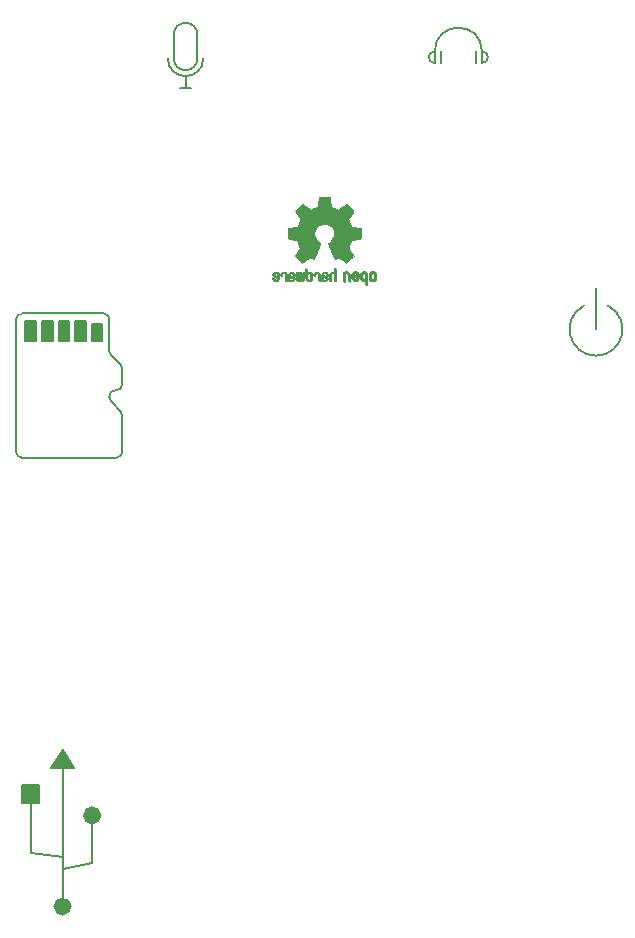
<source format=gbo>
G04 #@! TF.GenerationSoftware,KiCad,Pcbnew,7.0.5-unknown-202306101748~6fbdf8f0e2~ubuntu22.04.1*
G04 #@! TF.CreationDate,2023-09-30T13:45:56+01:00*
G04 #@! TF.ProjectId,back_panel,6261636b-5f70-4616-9e65-6c2e6b696361,rev?*
G04 #@! TF.SameCoordinates,Original*
G04 #@! TF.FileFunction,Legend,Bot*
G04 #@! TF.FilePolarity,Positive*
%FSLAX46Y46*%
G04 Gerber Fmt 4.6, Leading zero omitted, Abs format (unit mm)*
G04 Created by KiCad (PCBNEW 7.0.5-unknown-202306101748~6fbdf8f0e2~ubuntu22.04.1) date 2023-09-30 13:45:56*
%MOMM*%
%LPD*%
G01*
G04 APERTURE LIST*
%ADD10C,0.150000*%
%ADD11C,0.782107*%
%ADD12C,0.010000*%
G04 APERTURE END LIST*
D10*
X133671090Y-82291640D02*
X134521804Y-83258360D01*
X130646447Y-75500000D02*
X131546447Y-75500000D01*
X131546447Y-77200000D01*
X130646447Y-77200000D01*
X130646447Y-75500000D01*
G36*
X130646447Y-75500000D02*
G01*
X131546447Y-75500000D01*
X131546447Y-77200000D01*
X130646447Y-77200000D01*
X130646447Y-75500000D01*
G37*
X133692894Y-78446447D02*
X134500001Y-79253554D01*
X141000000Y-51300000D02*
G75*
G03*
X139000000Y-51300000I-1000000J0D01*
G01*
X161100000Y-52700000D02*
X161100000Y-53700000D01*
X132085786Y-121396447D02*
X132085786Y-118103554D01*
X134046447Y-81400047D02*
G75*
G03*
X133546447Y-81900000I-47J-499953D01*
G01*
X139000000Y-53300000D02*
G75*
G03*
X141000000Y-53300000I1000000J0D01*
G01*
X173750000Y-74236069D02*
G75*
G03*
X175750000Y-74236069I1000000J-1999999D01*
G01*
X129585786Y-120896447D02*
X126878679Y-120603553D01*
X133546460Y-81961326D02*
G75*
G03*
X133671091Y-82291639I499840J-74D01*
G01*
X140000000Y-55800000D02*
X140500000Y-55800000D01*
X134146447Y-81400000D02*
X134046447Y-81400000D01*
X126128679Y-114853553D02*
X127628679Y-114853553D01*
X127628679Y-116353553D01*
X126128679Y-116353553D01*
X126128679Y-114853553D01*
G36*
X126128679Y-114853553D02*
G01*
X127628679Y-114853553D01*
X127628679Y-116353553D01*
X126128679Y-116353553D01*
X126128679Y-114853553D01*
G37*
X129585786Y-125103553D02*
X129585786Y-111896447D01*
X133546400Y-75400000D02*
G75*
G03*
X133046447Y-74900000I-500000J0D01*
G01*
X165100000Y-52700000D02*
G75*
G03*
X161100000Y-52700000I-2000000J0D01*
G01*
X140500000Y-55800000D02*
X140000000Y-55800000D01*
X126146447Y-74900000D02*
X133046447Y-74900000D01*
X164600000Y-53700000D02*
X164600000Y-52700000D01*
D11*
X129976839Y-125103553D02*
G75*
G03*
X129976839Y-125103553I-391053J0D01*
G01*
D10*
X133546447Y-75400000D02*
X133546447Y-78092893D01*
X134646436Y-83588674D02*
G75*
G03*
X134521804Y-83258360I-499836J74D01*
G01*
X134146447Y-87100000D02*
X126146447Y-87100000D01*
X125646400Y-86600000D02*
G75*
G03*
X126146447Y-87100000I500000J0D01*
G01*
X134146447Y-87100047D02*
G75*
G03*
X134646447Y-86600000I-47J500047D01*
G01*
X126146447Y-74900047D02*
G75*
G03*
X125646447Y-75400000I-47J-499953D01*
G01*
X125646447Y-86600000D02*
X125646447Y-75400000D01*
X165100000Y-53700000D02*
G75*
G03*
X165100000Y-52700000I0J500000D01*
G01*
X138500000Y-53300000D02*
G75*
G03*
X141500000Y-53300000I1500000J0D01*
G01*
X126878679Y-120603553D02*
X126878679Y-116353553D01*
X134646447Y-79607107D02*
X134646447Y-80900000D01*
X134646428Y-79607107D02*
G75*
G03*
X134500001Y-79253554I-500028J7D01*
G01*
X140000000Y-54800000D02*
X140000000Y-55800000D01*
X132046447Y-75800000D02*
X132946447Y-75800000D01*
X132946447Y-77200000D01*
X132046447Y-77200000D01*
X132046447Y-75800000D01*
G36*
X132046447Y-75800000D02*
G01*
X132946447Y-75800000D01*
X132946447Y-77200000D01*
X132046447Y-77200000D01*
X132046447Y-75800000D01*
G37*
X127846447Y-75500000D02*
X128746447Y-75500000D01*
X128746447Y-77200000D01*
X127846447Y-77200000D01*
X127846447Y-75500000D01*
G36*
X127846447Y-75500000D02*
G01*
X128746447Y-75500000D01*
X128746447Y-77200000D01*
X127846447Y-77200000D01*
X127846447Y-75500000D01*
G37*
X161600000Y-52700000D02*
X161600000Y-53700000D01*
X134146447Y-81400047D02*
G75*
G03*
X134646447Y-80900000I-47J500047D01*
G01*
X129585786Y-121896447D02*
X132085786Y-121396447D01*
X130585786Y-113396447D02*
X128585786Y-113396447D01*
X129585786Y-111896447D01*
X130585786Y-113396447D01*
G36*
X130585786Y-113396447D02*
G01*
X128585786Y-113396447D01*
X129585786Y-111896447D01*
X130585786Y-113396447D01*
G37*
X134646447Y-83588674D02*
X134646447Y-86600000D01*
X139000000Y-53300000D02*
X139000000Y-51300000D01*
X129246447Y-75500000D02*
X130146447Y-75500000D01*
X130146447Y-77200000D01*
X129246447Y-77200000D01*
X129246447Y-75500000D01*
G36*
X129246447Y-75500000D02*
G01*
X130146447Y-75500000D01*
X130146447Y-77200000D01*
X129246447Y-77200000D01*
X129246447Y-75500000D01*
G37*
X133546468Y-78092893D02*
G75*
G03*
X133692894Y-78446447I500032J-7D01*
G01*
X141000000Y-53300000D02*
X141000000Y-51300000D01*
X161100000Y-52700000D02*
G75*
G03*
X161100000Y-53700000I0J-500000D01*
G01*
X165100000Y-52700000D02*
X165100000Y-53700000D01*
X174750000Y-76236068D02*
X174750000Y-72736068D01*
X126446447Y-75500000D02*
X127346447Y-75500000D01*
X127346447Y-77200000D01*
X126446447Y-77200000D01*
X126446447Y-75500000D01*
G36*
X126446447Y-75500000D02*
G01*
X127346447Y-75500000D01*
X127346447Y-77200000D01*
X126446447Y-77200000D01*
X126446447Y-75500000D01*
G37*
X140000000Y-55800000D02*
X139500000Y-55800000D01*
X133546447Y-81900000D02*
X133546447Y-81961326D01*
D11*
X132476839Y-117396447D02*
G75*
G03*
X132476839Y-117396447I-391053J0D01*
G01*
D12*
X148361501Y-71376476D02*
X148442167Y-71406440D01*
X148475714Y-71428954D01*
X148509687Y-71461212D01*
X148533919Y-71502246D01*
X148550001Y-71558108D01*
X148559521Y-71634851D01*
X148564068Y-71738525D01*
X148565231Y-71875184D01*
X148565003Y-71945805D01*
X148563860Y-72042308D01*
X148561919Y-72119323D01*
X148559365Y-72170319D01*
X148556381Y-72188769D01*
X148536962Y-72182667D01*
X148497766Y-72166095D01*
X148496589Y-72165558D01*
X148476235Y-72154903D01*
X148462546Y-72140282D01*
X148454199Y-72114673D01*
X148449874Y-72071054D01*
X148448248Y-72002403D01*
X148448000Y-71901698D01*
X148447500Y-71837813D01*
X148442164Y-71717751D01*
X148429945Y-71629809D01*
X148409552Y-71569375D01*
X148379695Y-71531836D01*
X148339082Y-71512581D01*
X148333448Y-71511239D01*
X148257378Y-71510191D01*
X148198052Y-71544271D01*
X148157077Y-71612598D01*
X148149770Y-71632351D01*
X148133114Y-71676066D01*
X148124679Y-71696155D01*
X148107356Y-71693387D01*
X148069525Y-71678365D01*
X148034240Y-71653556D01*
X148018154Y-71606670D01*
X148022952Y-71573087D01*
X148052431Y-71504967D01*
X148100098Y-71441134D01*
X148155839Y-71396988D01*
X148179193Y-71386782D01*
X148267619Y-71369718D01*
X148361501Y-71376476D01*
G36*
X148361501Y-71376476D02*
G01*
X148442167Y-71406440D01*
X148475714Y-71428954D01*
X148509687Y-71461212D01*
X148533919Y-71502246D01*
X148550001Y-71558108D01*
X148559521Y-71634851D01*
X148564068Y-71738525D01*
X148565231Y-71875184D01*
X148565003Y-71945805D01*
X148563860Y-72042308D01*
X148561919Y-72119323D01*
X148559365Y-72170319D01*
X148556381Y-72188769D01*
X148536962Y-72182667D01*
X148497766Y-72166095D01*
X148496589Y-72165558D01*
X148476235Y-72154903D01*
X148462546Y-72140282D01*
X148454199Y-72114673D01*
X148449874Y-72071054D01*
X148448248Y-72002403D01*
X148448000Y-71901698D01*
X148447500Y-71837813D01*
X148442164Y-71717751D01*
X148429945Y-71629809D01*
X148409552Y-71569375D01*
X148379695Y-71531836D01*
X148339082Y-71512581D01*
X148333448Y-71511239D01*
X148257378Y-71510191D01*
X148198052Y-71544271D01*
X148157077Y-71612598D01*
X148149770Y-71632351D01*
X148133114Y-71676066D01*
X148124679Y-71696155D01*
X148107356Y-71693387D01*
X148069525Y-71678365D01*
X148034240Y-71653556D01*
X148018154Y-71606670D01*
X148022952Y-71573087D01*
X148052431Y-71504967D01*
X148100098Y-71441134D01*
X148155839Y-71396988D01*
X148179193Y-71386782D01*
X148267619Y-71369718D01*
X148361501Y-71376476D01*
G37*
X153676372Y-71331684D02*
X153767629Y-71374569D01*
X153842416Y-71448729D01*
X153857917Y-71471944D01*
X153870774Y-71498256D01*
X153879893Y-71531420D01*
X153886102Y-71577881D01*
X153890233Y-71644082D01*
X153893116Y-71736468D01*
X153895579Y-71861485D01*
X153901697Y-72208278D01*
X153850303Y-72188738D01*
X153803246Y-72170787D01*
X153768015Y-72153511D01*
X153745017Y-72131242D01*
X153731655Y-72097165D01*
X153725328Y-72044463D01*
X153723437Y-71966323D01*
X153723385Y-71855928D01*
X153723117Y-71767935D01*
X153721521Y-71683502D01*
X153717712Y-71625834D01*
X153710820Y-71587988D01*
X153699975Y-71563024D01*
X153684308Y-71544000D01*
X153645792Y-71517153D01*
X153581091Y-71507034D01*
X153517081Y-71532606D01*
X153512856Y-71535880D01*
X153499689Y-71551007D01*
X153489975Y-71575268D01*
X153482903Y-71614650D01*
X153477656Y-71675141D01*
X153473421Y-71762729D01*
X153469385Y-71883402D01*
X153459615Y-72206515D01*
X153293539Y-72132065D01*
X153293539Y-71837062D01*
X153293883Y-71756919D01*
X153296847Y-71645431D01*
X153304351Y-71562421D01*
X153318190Y-71501199D01*
X153340155Y-71455075D01*
X153372039Y-71417358D01*
X153415633Y-71381358D01*
X153478336Y-71345089D01*
X153577117Y-71321412D01*
X153676372Y-71331684D01*
G36*
X153676372Y-71331684D02*
G01*
X153767629Y-71374569D01*
X153842416Y-71448729D01*
X153857917Y-71471944D01*
X153870774Y-71498256D01*
X153879893Y-71531420D01*
X153886102Y-71577881D01*
X153890233Y-71644082D01*
X153893116Y-71736468D01*
X153895579Y-71861485D01*
X153901697Y-72208278D01*
X153850303Y-72188738D01*
X153803246Y-72170787D01*
X153768015Y-72153511D01*
X153745017Y-72131242D01*
X153731655Y-72097165D01*
X153725328Y-72044463D01*
X153723437Y-71966323D01*
X153723385Y-71855928D01*
X153723117Y-71767935D01*
X153721521Y-71683502D01*
X153717712Y-71625834D01*
X153710820Y-71587988D01*
X153699975Y-71563024D01*
X153684308Y-71544000D01*
X153645792Y-71517153D01*
X153581091Y-71507034D01*
X153517081Y-71532606D01*
X153512856Y-71535880D01*
X153499689Y-71551007D01*
X153489975Y-71575268D01*
X153482903Y-71614650D01*
X153477656Y-71675141D01*
X153473421Y-71762729D01*
X153469385Y-71883402D01*
X153459615Y-72206515D01*
X153293539Y-72132065D01*
X153293539Y-71837062D01*
X153293883Y-71756919D01*
X153296847Y-71645431D01*
X153304351Y-71562421D01*
X153318190Y-71501199D01*
X153340155Y-71455075D01*
X153372039Y-71417358D01*
X153415633Y-71381358D01*
X153478336Y-71345089D01*
X153577117Y-71321412D01*
X153676372Y-71331684D01*
G37*
X151221892Y-71397167D02*
X151228060Y-71400581D01*
X151278447Y-71439692D01*
X151323498Y-71489975D01*
X151331355Y-71501339D01*
X151346376Y-71527860D01*
X151357107Y-71559336D01*
X151364486Y-71602591D01*
X151369452Y-71664449D01*
X151372942Y-71751733D01*
X151375893Y-71871269D01*
X151376311Y-71891478D01*
X151377654Y-72022499D01*
X151375761Y-72115296D01*
X151370605Y-72170507D01*
X151362158Y-72188769D01*
X151336594Y-72183301D01*
X151293166Y-72166733D01*
X151282940Y-72161888D01*
X151266967Y-72150920D01*
X151255954Y-72132890D01*
X151248750Y-72101396D01*
X151244208Y-72050036D01*
X151241180Y-71972410D01*
X151238516Y-71862115D01*
X151237785Y-71829875D01*
X151234965Y-71728050D01*
X151231304Y-71656788D01*
X151225694Y-71609332D01*
X151217029Y-71578925D01*
X151204202Y-71558810D01*
X151186105Y-71542229D01*
X151132525Y-71513161D01*
X151066612Y-71507564D01*
X151007635Y-71529807D01*
X150965203Y-71575859D01*
X150948923Y-71641692D01*
X150948470Y-71659587D01*
X150939578Y-71691982D01*
X150913325Y-71696925D01*
X150861919Y-71677633D01*
X150850013Y-71671446D01*
X150817835Y-71635058D01*
X150817198Y-71580954D01*
X150847856Y-71506128D01*
X150875978Y-71465350D01*
X150947883Y-71407421D01*
X151036638Y-71374670D01*
X151131542Y-71370212D01*
X151221892Y-71397167D01*
G36*
X151221892Y-71397167D02*
G01*
X151228060Y-71400581D01*
X151278447Y-71439692D01*
X151323498Y-71489975D01*
X151331355Y-71501339D01*
X151346376Y-71527860D01*
X151357107Y-71559336D01*
X151364486Y-71602591D01*
X151369452Y-71664449D01*
X151372942Y-71751733D01*
X151375893Y-71871269D01*
X151376311Y-71891478D01*
X151377654Y-72022499D01*
X151375761Y-72115296D01*
X151370605Y-72170507D01*
X151362158Y-72188769D01*
X151336594Y-72183301D01*
X151293166Y-72166733D01*
X151282940Y-72161888D01*
X151266967Y-72150920D01*
X151255954Y-72132890D01*
X151248750Y-72101396D01*
X151244208Y-72050036D01*
X151241180Y-71972410D01*
X151238516Y-71862115D01*
X151237785Y-71829875D01*
X151234965Y-71728050D01*
X151231304Y-71656788D01*
X151225694Y-71609332D01*
X151217029Y-71578925D01*
X151204202Y-71558810D01*
X151186105Y-71542229D01*
X151132525Y-71513161D01*
X151066612Y-71507564D01*
X151007635Y-71529807D01*
X150965203Y-71575859D01*
X150948923Y-71641692D01*
X150948470Y-71659587D01*
X150939578Y-71691982D01*
X150913325Y-71696925D01*
X150861919Y-71677633D01*
X150850013Y-71671446D01*
X150817835Y-71635058D01*
X150817198Y-71580954D01*
X150847856Y-71506128D01*
X150875978Y-71465350D01*
X150947883Y-71407421D01*
X151036638Y-71374670D01*
X151131542Y-71370212D01*
X151221892Y-71397167D01*
G37*
X152726923Y-71131806D02*
X152726923Y-71666455D01*
X152726660Y-71805094D01*
X152725958Y-71929805D01*
X152724883Y-72035557D01*
X152723500Y-72117322D01*
X152721874Y-72170069D01*
X152720070Y-72188769D01*
X152719364Y-72188706D01*
X152695387Y-72181912D01*
X152651685Y-72167320D01*
X152590154Y-72145870D01*
X152590154Y-71870617D01*
X152589763Y-71762466D01*
X152587946Y-71684026D01*
X152583767Y-71630647D01*
X152576286Y-71595256D01*
X152564567Y-71570779D01*
X152547671Y-71550144D01*
X152536152Y-71539170D01*
X152473864Y-71508775D01*
X152405211Y-71511466D01*
X152342298Y-71547406D01*
X152333139Y-71556325D01*
X152318471Y-71574844D01*
X152308433Y-71599326D01*
X152302151Y-71636393D01*
X152298748Y-71692667D01*
X152297349Y-71774771D01*
X152297077Y-71889329D01*
X152296947Y-71947430D01*
X152296099Y-72042993D01*
X152294594Y-72119526D01*
X152292585Y-72170345D01*
X152290223Y-72188769D01*
X152289518Y-72188706D01*
X152265541Y-72181912D01*
X152221839Y-72167320D01*
X152160308Y-72145870D01*
X152160338Y-71869358D01*
X152160384Y-71844742D01*
X152162970Y-71716419D01*
X152170913Y-71619384D01*
X152186155Y-71547057D01*
X152210636Y-71492855D01*
X152246298Y-71450198D01*
X152295082Y-71412505D01*
X152342661Y-71388910D01*
X152418732Y-71370672D01*
X152493556Y-71369636D01*
X152551077Y-71387378D01*
X152555402Y-71389829D01*
X152568738Y-71389566D01*
X152577851Y-71369039D01*
X152584428Y-71321980D01*
X152590154Y-71242120D01*
X152599923Y-71078236D01*
X152726923Y-71131806D01*
G36*
X152726923Y-71131806D02*
G01*
X152726923Y-71666455D01*
X152726660Y-71805094D01*
X152725958Y-71929805D01*
X152724883Y-72035557D01*
X152723500Y-72117322D01*
X152721874Y-72170069D01*
X152720070Y-72188769D01*
X152719364Y-72188706D01*
X152695387Y-72181912D01*
X152651685Y-72167320D01*
X152590154Y-72145870D01*
X152590154Y-71870617D01*
X152589763Y-71762466D01*
X152587946Y-71684026D01*
X152583767Y-71630647D01*
X152576286Y-71595256D01*
X152564567Y-71570779D01*
X152547671Y-71550144D01*
X152536152Y-71539170D01*
X152473864Y-71508775D01*
X152405211Y-71511466D01*
X152342298Y-71547406D01*
X152333139Y-71556325D01*
X152318471Y-71574844D01*
X152308433Y-71599326D01*
X152302151Y-71636393D01*
X152298748Y-71692667D01*
X152297349Y-71774771D01*
X152297077Y-71889329D01*
X152296947Y-71947430D01*
X152296099Y-72042993D01*
X152294594Y-72119526D01*
X152292585Y-72170345D01*
X152290223Y-72188769D01*
X152289518Y-72188706D01*
X152265541Y-72181912D01*
X152221839Y-72167320D01*
X152160308Y-72145870D01*
X152160338Y-71869358D01*
X152160384Y-71844742D01*
X152162970Y-71716419D01*
X152170913Y-71619384D01*
X152186155Y-71547057D01*
X152210636Y-71492855D01*
X152246298Y-71450198D01*
X152295082Y-71412505D01*
X152342661Y-71388910D01*
X152418732Y-71370672D01*
X152493556Y-71369636D01*
X152551077Y-71387378D01*
X152555402Y-71389829D01*
X152568738Y-71389566D01*
X152577851Y-71369039D01*
X152584428Y-71321980D01*
X152590154Y-71242120D01*
X152599923Y-71078236D01*
X152726923Y-71131806D01*
G37*
X149937998Y-71374034D02*
X149980850Y-71390829D01*
X150030615Y-71413503D01*
X150030615Y-72068533D01*
X149968785Y-72130363D01*
X149954662Y-72144228D01*
X149915536Y-72175046D01*
X149876078Y-72185028D01*
X149817362Y-72180433D01*
X149793456Y-72177462D01*
X149731801Y-72171176D01*
X149688692Y-72168672D01*
X149675905Y-72169055D01*
X149623446Y-72173200D01*
X149560022Y-72180433D01*
X149539730Y-72182918D01*
X149488610Y-72183895D01*
X149451207Y-72168462D01*
X149408599Y-72130363D01*
X149346769Y-72068533D01*
X149346769Y-71718343D01*
X149347251Y-71614857D01*
X149348753Y-71516192D01*
X149351089Y-71438068D01*
X149354071Y-71386662D01*
X149357509Y-71368154D01*
X149358230Y-71368204D01*
X149383203Y-71377413D01*
X149425399Y-71397707D01*
X149482549Y-71427261D01*
X149487928Y-71734746D01*
X149493308Y-72042231D01*
X149610539Y-72042231D01*
X149615885Y-71705192D01*
X149617579Y-71613574D01*
X149620005Y-71515649D01*
X149622634Y-71437906D01*
X149625246Y-71386642D01*
X149627623Y-71368154D01*
X149628306Y-71368219D01*
X149651996Y-71375020D01*
X149695546Y-71389604D01*
X149757077Y-71411054D01*
X149757376Y-71707104D01*
X149757676Y-71758532D01*
X149759754Y-71858466D01*
X149763470Y-71941925D01*
X149768430Y-72001377D01*
X149774240Y-72029287D01*
X149795024Y-72044214D01*
X149837440Y-72048825D01*
X149884077Y-72042231D01*
X149889423Y-71705192D01*
X149891336Y-71619546D01*
X149895303Y-71518172D01*
X149900491Y-71438655D01*
X149906499Y-71386736D01*
X149912927Y-71368154D01*
X149937998Y-71374034D01*
G36*
X149937998Y-71374034D02*
G01*
X149980850Y-71390829D01*
X150030615Y-71413503D01*
X150030615Y-72068533D01*
X149968785Y-72130363D01*
X149954662Y-72144228D01*
X149915536Y-72175046D01*
X149876078Y-72185028D01*
X149817362Y-72180433D01*
X149793456Y-72177462D01*
X149731801Y-72171176D01*
X149688692Y-72168672D01*
X149675905Y-72169055D01*
X149623446Y-72173200D01*
X149560022Y-72180433D01*
X149539730Y-72182918D01*
X149488610Y-72183895D01*
X149451207Y-72168462D01*
X149408599Y-72130363D01*
X149346769Y-72068533D01*
X149346769Y-71718343D01*
X149347251Y-71614857D01*
X149348753Y-71516192D01*
X149351089Y-71438068D01*
X149354071Y-71386662D01*
X149357509Y-71368154D01*
X149358230Y-71368204D01*
X149383203Y-71377413D01*
X149425399Y-71397707D01*
X149482549Y-71427261D01*
X149487928Y-71734746D01*
X149493308Y-72042231D01*
X149610539Y-72042231D01*
X149615885Y-71705192D01*
X149617579Y-71613574D01*
X149620005Y-71515649D01*
X149622634Y-71437906D01*
X149625246Y-71386642D01*
X149627623Y-71368154D01*
X149628306Y-71368219D01*
X149651996Y-71375020D01*
X149695546Y-71389604D01*
X149757077Y-71411054D01*
X149757376Y-71707104D01*
X149757676Y-71758532D01*
X149759754Y-71858466D01*
X149763470Y-71941925D01*
X149768430Y-72001377D01*
X149774240Y-72029287D01*
X149795024Y-72044214D01*
X149837440Y-72048825D01*
X149884077Y-72042231D01*
X149889423Y-71705192D01*
X149891336Y-71619546D01*
X149895303Y-71518172D01*
X149900491Y-71438655D01*
X149906499Y-71386736D01*
X149912927Y-71368154D01*
X149937998Y-71374034D01*
G37*
X156146154Y-71758923D02*
X156146135Y-71780105D01*
X156145076Y-71874584D01*
X156141436Y-71940414D01*
X156133892Y-71986394D01*
X156121122Y-72021321D01*
X156101803Y-72053995D01*
X156097050Y-72060775D01*
X156046759Y-72114231D01*
X155989457Y-72154547D01*
X155960032Y-72167629D01*
X155854299Y-72189450D01*
X155749734Y-72175336D01*
X155653368Y-72127105D01*
X155572235Y-72046579D01*
X155565385Y-72035791D01*
X155543097Y-71973153D01*
X155528079Y-71885935D01*
X155520792Y-71785210D01*
X155521611Y-71692037D01*
X155718796Y-71692037D01*
X155720349Y-71821114D01*
X155720974Y-71829420D01*
X155730077Y-71900643D01*
X155746288Y-71945809D01*
X155773660Y-71976752D01*
X155819553Y-72005737D01*
X155864942Y-72007261D01*
X155911692Y-71973846D01*
X155919824Y-71965053D01*
X155935754Y-71938741D01*
X155945159Y-71900520D01*
X155949632Y-71841349D01*
X155950769Y-71752182D01*
X155948822Y-71668664D01*
X155939105Y-71589095D01*
X155919047Y-71538808D01*
X155886240Y-71512513D01*
X155838280Y-71504923D01*
X155820016Y-71506432D01*
X155768848Y-71534107D01*
X155735035Y-71596172D01*
X155718796Y-71692037D01*
X155521611Y-71692037D01*
X155521699Y-71682052D01*
X155531262Y-71587533D01*
X155549943Y-71512727D01*
X155573951Y-71462905D01*
X155641536Y-71385409D01*
X155733114Y-71337256D01*
X155845213Y-71320703D01*
X155875151Y-71321599D01*
X155963315Y-71339929D01*
X156035733Y-71386104D01*
X156102192Y-71465648D01*
X156106147Y-71471548D01*
X156124040Y-71503288D01*
X156135678Y-71539163D01*
X156142371Y-71587906D01*
X156145426Y-71658249D01*
X156146106Y-71752182D01*
X156146154Y-71758923D01*
G36*
X156146154Y-71758923D02*
G01*
X156146135Y-71780105D01*
X156145076Y-71874584D01*
X156141436Y-71940414D01*
X156133892Y-71986394D01*
X156121122Y-72021321D01*
X156101803Y-72053995D01*
X156097050Y-72060775D01*
X156046759Y-72114231D01*
X155989457Y-72154547D01*
X155960032Y-72167629D01*
X155854299Y-72189450D01*
X155749734Y-72175336D01*
X155653368Y-72127105D01*
X155572235Y-72046579D01*
X155565385Y-72035791D01*
X155543097Y-71973153D01*
X155528079Y-71885935D01*
X155520792Y-71785210D01*
X155521611Y-71692037D01*
X155718796Y-71692037D01*
X155720349Y-71821114D01*
X155720974Y-71829420D01*
X155730077Y-71900643D01*
X155746288Y-71945809D01*
X155773660Y-71976752D01*
X155819553Y-72005737D01*
X155864942Y-72007261D01*
X155911692Y-71973846D01*
X155919824Y-71965053D01*
X155935754Y-71938741D01*
X155945159Y-71900520D01*
X155949632Y-71841349D01*
X155950769Y-71752182D01*
X155948822Y-71668664D01*
X155939105Y-71589095D01*
X155919047Y-71538808D01*
X155886240Y-71512513D01*
X155838280Y-71504923D01*
X155820016Y-71506432D01*
X155768848Y-71534107D01*
X155735035Y-71596172D01*
X155718796Y-71692037D01*
X155521611Y-71692037D01*
X155521699Y-71682052D01*
X155531262Y-71587533D01*
X155549943Y-71512727D01*
X155573951Y-71462905D01*
X155641536Y-71385409D01*
X155733114Y-71337256D01*
X155845213Y-71320703D01*
X155875151Y-71321599D01*
X155963315Y-71339929D01*
X156035733Y-71386104D01*
X156102192Y-71465648D01*
X156106147Y-71471548D01*
X156124040Y-71503288D01*
X156135678Y-71539163D01*
X156142371Y-71587906D01*
X156145426Y-71658249D01*
X156146106Y-71752182D01*
X156146154Y-71758923D01*
G37*
X147900794Y-71782376D02*
X147900413Y-71834449D01*
X147895641Y-71937047D01*
X147883150Y-72012126D01*
X147860121Y-72067748D01*
X147823732Y-72111975D01*
X147771162Y-72152869D01*
X147737714Y-72171466D01*
X147684098Y-72183991D01*
X147608780Y-72183003D01*
X147566672Y-72179035D01*
X147515879Y-72166920D01*
X147475280Y-72140585D01*
X147428049Y-72091514D01*
X147421738Y-72084346D01*
X147379277Y-72029189D01*
X147359018Y-71981150D01*
X147353846Y-71924184D01*
X147353846Y-71840471D01*
X147412346Y-71862552D01*
X147454994Y-71888364D01*
X147492064Y-71948928D01*
X147499803Y-71968320D01*
X147543074Y-72023235D01*
X147601976Y-72050879D01*
X147666111Y-72048393D01*
X147725077Y-72012923D01*
X147745342Y-71990805D01*
X147763720Y-71957436D01*
X147757971Y-71927117D01*
X147724887Y-71895913D01*
X147661261Y-71859887D01*
X147563885Y-71815103D01*
X147363615Y-71727445D01*
X147358301Y-71640607D01*
X147360299Y-71585296D01*
X147490783Y-71585296D01*
X147500688Y-71619538D01*
X147545756Y-71656096D01*
X147627557Y-71697692D01*
X147641092Y-71703718D01*
X147705818Y-71731753D01*
X147754247Y-71751472D01*
X147776751Y-71758923D01*
X147780161Y-71753438D01*
X147781529Y-71719948D01*
X147776651Y-71666116D01*
X147764364Y-71613473D01*
X147726041Y-71547151D01*
X147670720Y-71509780D01*
X147604640Y-71504721D01*
X147534040Y-71535339D01*
X147514474Y-71550648D01*
X147490783Y-71585296D01*
X147360299Y-71585296D01*
X147360647Y-71575663D01*
X147390186Y-71493590D01*
X147427472Y-71448361D01*
X147504776Y-71397838D01*
X147596478Y-71372316D01*
X147691274Y-71374336D01*
X147777859Y-71406440D01*
X147796920Y-71418767D01*
X147840640Y-71456912D01*
X147870540Y-71505167D01*
X147888968Y-71570710D01*
X147898270Y-71660720D01*
X147899499Y-71719948D01*
X147900794Y-71782376D01*
G36*
X147900794Y-71782376D02*
G01*
X147900413Y-71834449D01*
X147895641Y-71937047D01*
X147883150Y-72012126D01*
X147860121Y-72067748D01*
X147823732Y-72111975D01*
X147771162Y-72152869D01*
X147737714Y-72171466D01*
X147684098Y-72183991D01*
X147608780Y-72183003D01*
X147566672Y-72179035D01*
X147515879Y-72166920D01*
X147475280Y-72140585D01*
X147428049Y-72091514D01*
X147421738Y-72084346D01*
X147379277Y-72029189D01*
X147359018Y-71981150D01*
X147353846Y-71924184D01*
X147353846Y-71840471D01*
X147412346Y-71862552D01*
X147454994Y-71888364D01*
X147492064Y-71948928D01*
X147499803Y-71968320D01*
X147543074Y-72023235D01*
X147601976Y-72050879D01*
X147666111Y-72048393D01*
X147725077Y-72012923D01*
X147745342Y-71990805D01*
X147763720Y-71957436D01*
X147757971Y-71927117D01*
X147724887Y-71895913D01*
X147661261Y-71859887D01*
X147563885Y-71815103D01*
X147363615Y-71727445D01*
X147358301Y-71640607D01*
X147360299Y-71585296D01*
X147490783Y-71585296D01*
X147500688Y-71619538D01*
X147545756Y-71656096D01*
X147627557Y-71697692D01*
X147641092Y-71703718D01*
X147705818Y-71731753D01*
X147754247Y-71751472D01*
X147776751Y-71758923D01*
X147780161Y-71753438D01*
X147781529Y-71719948D01*
X147776651Y-71666116D01*
X147764364Y-71613473D01*
X147726041Y-71547151D01*
X147670720Y-71509780D01*
X147604640Y-71504721D01*
X147534040Y-71535339D01*
X147514474Y-71550648D01*
X147490783Y-71585296D01*
X147360299Y-71585296D01*
X147360647Y-71575663D01*
X147390186Y-71493590D01*
X147427472Y-71448361D01*
X147504776Y-71397838D01*
X147596478Y-71372316D01*
X147691274Y-71374336D01*
X147777859Y-71406440D01*
X147796920Y-71418767D01*
X147840640Y-71456912D01*
X147870540Y-71505167D01*
X147888968Y-71570710D01*
X147898270Y-71660720D01*
X147899499Y-71719948D01*
X147900794Y-71782376D01*
G37*
X150714401Y-71778462D02*
X150712839Y-71854652D01*
X150701810Y-71958507D01*
X150677814Y-72036333D01*
X150638043Y-72095760D01*
X150579688Y-72144418D01*
X150524100Y-72172546D01*
X150430751Y-72188199D01*
X150337530Y-72171084D01*
X150253272Y-72123388D01*
X150186818Y-72047294D01*
X150178793Y-72033262D01*
X150168196Y-72008679D01*
X150160335Y-71977309D01*
X150154807Y-71933769D01*
X150151206Y-71872678D01*
X150149128Y-71788655D01*
X150149064Y-71781200D01*
X150284615Y-71781200D01*
X150285077Y-71852316D01*
X150287999Y-71916641D01*
X150295221Y-71958166D01*
X150308561Y-71986067D01*
X150329836Y-72009517D01*
X150334821Y-72014025D01*
X150398863Y-72047295D01*
X150466625Y-72043890D01*
X150529734Y-72004042D01*
X150548526Y-71983398D01*
X150564254Y-71956029D01*
X150573039Y-71918192D01*
X150576859Y-71860355D01*
X150577692Y-71772986D01*
X150577281Y-71706319D01*
X150574434Y-71641245D01*
X150567256Y-71599251D01*
X150553889Y-71571063D01*
X150532472Y-71547406D01*
X150519890Y-71536753D01*
X150454699Y-71508057D01*
X150386400Y-71512575D01*
X150327098Y-71550144D01*
X150314333Y-71565040D01*
X150298764Y-71593089D01*
X150289762Y-71632258D01*
X150285617Y-71691858D01*
X150284615Y-71781200D01*
X150149064Y-71781200D01*
X150148167Y-71676320D01*
X150147919Y-71530289D01*
X150147846Y-71076963D01*
X150211346Y-71103564D01*
X150228136Y-71110845D01*
X150254859Y-71127287D01*
X150270156Y-71152187D01*
X150278563Y-71195732D01*
X150284615Y-71268106D01*
X150290144Y-71333089D01*
X150297450Y-71375750D01*
X150307918Y-71391670D01*
X150323692Y-71387400D01*
X150363890Y-71372397D01*
X150435728Y-71368678D01*
X150513010Y-71382572D01*
X150579688Y-71412505D01*
X150616371Y-71440211D01*
X150663472Y-71494269D01*
X150693638Y-71563577D01*
X150709678Y-71655765D01*
X150714191Y-71772986D01*
X150714401Y-71778462D01*
G36*
X150714401Y-71778462D02*
G01*
X150712839Y-71854652D01*
X150701810Y-71958507D01*
X150677814Y-72036333D01*
X150638043Y-72095760D01*
X150579688Y-72144418D01*
X150524100Y-72172546D01*
X150430751Y-72188199D01*
X150337530Y-72171084D01*
X150253272Y-72123388D01*
X150186818Y-72047294D01*
X150178793Y-72033262D01*
X150168196Y-72008679D01*
X150160335Y-71977309D01*
X150154807Y-71933769D01*
X150151206Y-71872678D01*
X150149128Y-71788655D01*
X150149064Y-71781200D01*
X150284615Y-71781200D01*
X150285077Y-71852316D01*
X150287999Y-71916641D01*
X150295221Y-71958166D01*
X150308561Y-71986067D01*
X150329836Y-72009517D01*
X150334821Y-72014025D01*
X150398863Y-72047295D01*
X150466625Y-72043890D01*
X150529734Y-72004042D01*
X150548526Y-71983398D01*
X150564254Y-71956029D01*
X150573039Y-71918192D01*
X150576859Y-71860355D01*
X150577692Y-71772986D01*
X150577281Y-71706319D01*
X150574434Y-71641245D01*
X150567256Y-71599251D01*
X150553889Y-71571063D01*
X150532472Y-71547406D01*
X150519890Y-71536753D01*
X150454699Y-71508057D01*
X150386400Y-71512575D01*
X150327098Y-71550144D01*
X150314333Y-71565040D01*
X150298764Y-71593089D01*
X150289762Y-71632258D01*
X150285617Y-71691858D01*
X150284615Y-71781200D01*
X150149064Y-71781200D01*
X150148167Y-71676320D01*
X150147919Y-71530289D01*
X150147846Y-71076963D01*
X150211346Y-71103564D01*
X150228136Y-71110845D01*
X150254859Y-71127287D01*
X150270156Y-71152187D01*
X150278563Y-71195732D01*
X150284615Y-71268106D01*
X150290144Y-71333089D01*
X150297450Y-71375750D01*
X150307918Y-71391670D01*
X150323692Y-71387400D01*
X150363890Y-71372397D01*
X150435728Y-71368678D01*
X150513010Y-71382572D01*
X150579688Y-71412505D01*
X150616371Y-71440211D01*
X150663472Y-71494269D01*
X150693638Y-71563577D01*
X150709678Y-71655765D01*
X150714191Y-71772986D01*
X150714401Y-71778462D01*
G37*
X154660787Y-71703536D02*
X154654574Y-71851643D01*
X154651066Y-71883021D01*
X154624927Y-71994705D01*
X154577694Y-72079642D01*
X154505862Y-72144741D01*
X154501802Y-72147428D01*
X154410487Y-72185634D01*
X154315144Y-72189034D01*
X154223274Y-72159939D01*
X154142379Y-72100660D01*
X154079962Y-72013510D01*
X154078914Y-72011409D01*
X154058173Y-71957289D01*
X154042980Y-71895781D01*
X154034921Y-71838039D01*
X154035582Y-71795215D01*
X154046548Y-71778462D01*
X154056290Y-71779480D01*
X154102877Y-71798009D01*
X154155682Y-71832081D01*
X154200603Y-71871522D01*
X154223535Y-71906155D01*
X154247373Y-71953133D01*
X154296230Y-71995862D01*
X154352963Y-72012923D01*
X154373758Y-72007990D01*
X154414804Y-71983157D01*
X154450557Y-71948685D01*
X154465846Y-71917411D01*
X154465842Y-71917295D01*
X154448495Y-71902933D01*
X154402247Y-71877025D01*
X154334067Y-71843210D01*
X154250923Y-71805129D01*
X154250466Y-71804927D01*
X154160138Y-71764709D01*
X154099592Y-71735733D01*
X154062888Y-71713474D01*
X154044086Y-71693407D01*
X154037246Y-71671009D01*
X154036429Y-71641756D01*
X154042113Y-71586363D01*
X154235000Y-71586363D01*
X154254911Y-71603777D01*
X154304521Y-71629872D01*
X154305976Y-71630610D01*
X154364506Y-71658483D01*
X154416868Y-71680719D01*
X154450086Y-71690126D01*
X154463410Y-71677552D01*
X154465846Y-71634468D01*
X154455724Y-71580847D01*
X154420631Y-71532119D01*
X154369823Y-71506856D01*
X154313181Y-71509406D01*
X154260584Y-71544120D01*
X154239910Y-71568107D01*
X154235000Y-71586363D01*
X154042113Y-71586363D01*
X154043622Y-71571654D01*
X154079184Y-71476412D01*
X154138714Y-71401567D01*
X154215746Y-71349745D01*
X154303815Y-71323573D01*
X154396454Y-71325676D01*
X154487198Y-71358681D01*
X154569579Y-71425215D01*
X154615222Y-71491055D01*
X154648008Y-71585036D01*
X154653339Y-71634468D01*
X154660787Y-71703536D01*
G36*
X154660787Y-71703536D02*
G01*
X154654574Y-71851643D01*
X154651066Y-71883021D01*
X154624927Y-71994705D01*
X154577694Y-72079642D01*
X154505862Y-72144741D01*
X154501802Y-72147428D01*
X154410487Y-72185634D01*
X154315144Y-72189034D01*
X154223274Y-72159939D01*
X154142379Y-72100660D01*
X154079962Y-72013510D01*
X154078914Y-72011409D01*
X154058173Y-71957289D01*
X154042980Y-71895781D01*
X154034921Y-71838039D01*
X154035582Y-71795215D01*
X154046548Y-71778462D01*
X154056290Y-71779480D01*
X154102877Y-71798009D01*
X154155682Y-71832081D01*
X154200603Y-71871522D01*
X154223535Y-71906155D01*
X154247373Y-71953133D01*
X154296230Y-71995862D01*
X154352963Y-72012923D01*
X154373758Y-72007990D01*
X154414804Y-71983157D01*
X154450557Y-71948685D01*
X154465846Y-71917411D01*
X154465842Y-71917295D01*
X154448495Y-71902933D01*
X154402247Y-71877025D01*
X154334067Y-71843210D01*
X154250923Y-71805129D01*
X154250466Y-71804927D01*
X154160138Y-71764709D01*
X154099592Y-71735733D01*
X154062888Y-71713474D01*
X154044086Y-71693407D01*
X154037246Y-71671009D01*
X154036429Y-71641756D01*
X154042113Y-71586363D01*
X154235000Y-71586363D01*
X154254911Y-71603777D01*
X154304521Y-71629872D01*
X154305976Y-71630610D01*
X154364506Y-71658483D01*
X154416868Y-71680719D01*
X154450086Y-71690126D01*
X154463410Y-71677552D01*
X154465846Y-71634468D01*
X154455724Y-71580847D01*
X154420631Y-71532119D01*
X154369823Y-71506856D01*
X154313181Y-71509406D01*
X154260584Y-71544120D01*
X154239910Y-71568107D01*
X154235000Y-71586363D01*
X154042113Y-71586363D01*
X154043622Y-71571654D01*
X154079184Y-71476412D01*
X154138714Y-71401567D01*
X154215746Y-71349745D01*
X154303815Y-71323573D01*
X154396454Y-71325676D01*
X154487198Y-71358681D01*
X154569579Y-71425215D01*
X154615222Y-71491055D01*
X154648008Y-71585036D01*
X154653339Y-71634468D01*
X154660787Y-71703536D01*
G37*
X151870458Y-71389228D02*
X151937622Y-71428389D01*
X151967169Y-71458902D01*
X152023948Y-71550110D01*
X152043077Y-71649548D01*
X152043077Y-71717960D01*
X151980191Y-71691518D01*
X151936700Y-71664837D01*
X151902426Y-71609446D01*
X151898907Y-71598024D01*
X151861028Y-71539838D01*
X151803936Y-71508407D01*
X151738383Y-71507058D01*
X151675117Y-71539116D01*
X151665672Y-71547383D01*
X151634087Y-71583311D01*
X151628871Y-71614635D01*
X151652765Y-71645391D01*
X151708510Y-71679617D01*
X151798846Y-71721350D01*
X151804956Y-71723993D01*
X151905241Y-71770755D01*
X151973735Y-71812181D01*
X152015899Y-71853542D01*
X152037193Y-71900111D01*
X152043077Y-71957160D01*
X152035366Y-72020408D01*
X151996430Y-72101364D01*
X151927932Y-72159522D01*
X151878388Y-72176983D01*
X151808469Y-72186537D01*
X151740575Y-72184496D01*
X151692093Y-72170082D01*
X151686943Y-72166493D01*
X151673267Y-72141416D01*
X151682757Y-72097218D01*
X151699246Y-72062527D01*
X151725687Y-72048084D01*
X151775834Y-72048803D01*
X151845453Y-72044660D01*
X151890943Y-72016054D01*
X151906308Y-71963104D01*
X151906294Y-71961582D01*
X151896983Y-71930845D01*
X151865311Y-71902643D01*
X151803731Y-71870136D01*
X151719986Y-71830998D01*
X151664518Y-71809706D01*
X151632497Y-71811079D01*
X151617534Y-71839203D01*
X151613242Y-71898170D01*
X151613231Y-71992068D01*
X151612752Y-72050031D01*
X151610556Y-72121612D01*
X151606986Y-72170606D01*
X151602491Y-72188769D01*
X151601290Y-72188646D01*
X151575319Y-72178802D01*
X151532305Y-72158028D01*
X151472859Y-72127287D01*
X151479923Y-71850298D01*
X151480414Y-71831928D01*
X151486025Y-71702992D01*
X151495938Y-71605814D01*
X151512175Y-71533925D01*
X151536759Y-71480852D01*
X151571715Y-71440127D01*
X151619064Y-71405279D01*
X151619940Y-71404733D01*
X151696499Y-71376303D01*
X151785044Y-71371500D01*
X151870458Y-71389228D01*
G36*
X151870458Y-71389228D02*
G01*
X151937622Y-71428389D01*
X151967169Y-71458902D01*
X152023948Y-71550110D01*
X152043077Y-71649548D01*
X152043077Y-71717960D01*
X151980191Y-71691518D01*
X151936700Y-71664837D01*
X151902426Y-71609446D01*
X151898907Y-71598024D01*
X151861028Y-71539838D01*
X151803936Y-71508407D01*
X151738383Y-71507058D01*
X151675117Y-71539116D01*
X151665672Y-71547383D01*
X151634087Y-71583311D01*
X151628871Y-71614635D01*
X151652765Y-71645391D01*
X151708510Y-71679617D01*
X151798846Y-71721350D01*
X151804956Y-71723993D01*
X151905241Y-71770755D01*
X151973735Y-71812181D01*
X152015899Y-71853542D01*
X152037193Y-71900111D01*
X152043077Y-71957160D01*
X152035366Y-72020408D01*
X151996430Y-72101364D01*
X151927932Y-72159522D01*
X151878388Y-72176983D01*
X151808469Y-72186537D01*
X151740575Y-72184496D01*
X151692093Y-72170082D01*
X151686943Y-72166493D01*
X151673267Y-72141416D01*
X151682757Y-72097218D01*
X151699246Y-72062527D01*
X151725687Y-72048084D01*
X151775834Y-72048803D01*
X151845453Y-72044660D01*
X151890943Y-72016054D01*
X151906308Y-71963104D01*
X151906294Y-71961582D01*
X151896983Y-71930845D01*
X151865311Y-71902643D01*
X151803731Y-71870136D01*
X151719986Y-71830998D01*
X151664518Y-71809706D01*
X151632497Y-71811079D01*
X151617534Y-71839203D01*
X151613242Y-71898170D01*
X151613231Y-71992068D01*
X151612752Y-72050031D01*
X151610556Y-72121612D01*
X151606986Y-72170606D01*
X151602491Y-72188769D01*
X151601290Y-72188646D01*
X151575319Y-72178802D01*
X151532305Y-72158028D01*
X151472859Y-72127287D01*
X151479923Y-71850298D01*
X151480414Y-71831928D01*
X151486025Y-71702992D01*
X151495938Y-71605814D01*
X151512175Y-71533925D01*
X151536759Y-71480852D01*
X151571715Y-71440127D01*
X151619064Y-71405279D01*
X151619940Y-71404733D01*
X151696499Y-71376303D01*
X151785044Y-71371500D01*
X151870458Y-71389228D01*
G37*
X155397828Y-71848205D02*
X155399763Y-71998269D01*
X155400300Y-72041802D01*
X155402019Y-72187344D01*
X155402365Y-72298711D01*
X155400277Y-72379804D01*
X155394698Y-72434522D01*
X155384567Y-72466761D01*
X155368826Y-72480422D01*
X155346417Y-72479403D01*
X155316280Y-72467603D01*
X155277355Y-72448920D01*
X155269038Y-72444933D01*
X155234402Y-72425419D01*
X155216314Y-72402202D01*
X155209392Y-72363492D01*
X155208256Y-72297497D01*
X155208205Y-72179000D01*
X155086141Y-72179000D01*
X155011055Y-72175712D01*
X154952015Y-72162377D01*
X154902986Y-72135423D01*
X154899330Y-72132788D01*
X154849581Y-72088286D01*
X154814959Y-72034523D01*
X154793123Y-71964154D01*
X154781737Y-71869830D01*
X154778959Y-71763271D01*
X154973846Y-71763271D01*
X154973880Y-71781131D01*
X154975735Y-71861748D01*
X154981693Y-71914447D01*
X154993506Y-71948668D01*
X155012923Y-71973846D01*
X155014133Y-71975049D01*
X155061858Y-72007628D01*
X155108110Y-72004417D01*
X155160350Y-71964965D01*
X155173128Y-71951482D01*
X155191949Y-71923837D01*
X155202562Y-71887880D01*
X155207252Y-71833364D01*
X155208308Y-71750042D01*
X155207394Y-71699598D01*
X155197477Y-71607857D01*
X155174842Y-71547752D01*
X155137238Y-71514900D01*
X155082416Y-71504923D01*
X155059317Y-71507050D01*
X155019350Y-71528147D01*
X154992926Y-71575161D01*
X154978330Y-71652175D01*
X154973846Y-71763271D01*
X154778959Y-71763271D01*
X154778462Y-71744206D01*
X154779187Y-71652536D01*
X154782490Y-71583098D01*
X154789828Y-71534945D01*
X154802655Y-71498866D01*
X154822423Y-71465648D01*
X154840569Y-71440261D01*
X154906461Y-71371727D01*
X154981114Y-71334505D01*
X155074904Y-71322722D01*
X155182240Y-71334467D01*
X155275031Y-71376595D01*
X155348421Y-71450898D01*
X155353954Y-71458764D01*
X155366857Y-71479668D01*
X155376742Y-71503555D01*
X155384093Y-71535582D01*
X155389394Y-71580905D01*
X155393127Y-71644679D01*
X155395778Y-71732060D01*
X155396096Y-71750042D01*
X155397828Y-71848205D01*
G36*
X155397828Y-71848205D02*
G01*
X155399763Y-71998269D01*
X155400300Y-72041802D01*
X155402019Y-72187344D01*
X155402365Y-72298711D01*
X155400277Y-72379804D01*
X155394698Y-72434522D01*
X155384567Y-72466761D01*
X155368826Y-72480422D01*
X155346417Y-72479403D01*
X155316280Y-72467603D01*
X155277355Y-72448920D01*
X155269038Y-72444933D01*
X155234402Y-72425419D01*
X155216314Y-72402202D01*
X155209392Y-72363492D01*
X155208256Y-72297497D01*
X155208205Y-72179000D01*
X155086141Y-72179000D01*
X155011055Y-72175712D01*
X154952015Y-72162377D01*
X154902986Y-72135423D01*
X154899330Y-72132788D01*
X154849581Y-72088286D01*
X154814959Y-72034523D01*
X154793123Y-71964154D01*
X154781737Y-71869830D01*
X154778959Y-71763271D01*
X154973846Y-71763271D01*
X154973880Y-71781131D01*
X154975735Y-71861748D01*
X154981693Y-71914447D01*
X154993506Y-71948668D01*
X155012923Y-71973846D01*
X155014133Y-71975049D01*
X155061858Y-72007628D01*
X155108110Y-72004417D01*
X155160350Y-71964965D01*
X155173128Y-71951482D01*
X155191949Y-71923837D01*
X155202562Y-71887880D01*
X155207252Y-71833364D01*
X155208308Y-71750042D01*
X155207394Y-71699598D01*
X155197477Y-71607857D01*
X155174842Y-71547752D01*
X155137238Y-71514900D01*
X155082416Y-71504923D01*
X155059317Y-71507050D01*
X155019350Y-71528147D01*
X154992926Y-71575161D01*
X154978330Y-71652175D01*
X154973846Y-71763271D01*
X154778959Y-71763271D01*
X154778462Y-71744206D01*
X154779187Y-71652536D01*
X154782490Y-71583098D01*
X154789828Y-71534945D01*
X154802655Y-71498866D01*
X154822423Y-71465648D01*
X154840569Y-71440261D01*
X154906461Y-71371727D01*
X154981114Y-71334505D01*
X155074904Y-71322722D01*
X155182240Y-71334467D01*
X155275031Y-71376595D01*
X155348421Y-71450898D01*
X155353954Y-71458764D01*
X155366857Y-71479668D01*
X155376742Y-71503555D01*
X155384093Y-71535582D01*
X155389394Y-71580905D01*
X155393127Y-71644679D01*
X155395778Y-71732060D01*
X155396096Y-71750042D01*
X155397828Y-71848205D01*
G37*
X149013936Y-71369911D02*
X149055807Y-71380547D01*
X149094791Y-71407062D01*
X149144965Y-71456420D01*
X149177232Y-71491279D01*
X149210844Y-71536534D01*
X149226003Y-71578951D01*
X149229539Y-71632768D01*
X149229539Y-71720850D01*
X149169470Y-71689787D01*
X149121867Y-71651936D01*
X149089261Y-71600950D01*
X149083661Y-71587088D01*
X149040992Y-71533358D01*
X148981707Y-71506417D01*
X148917061Y-71509039D01*
X148858308Y-71544000D01*
X148833450Y-71572394D01*
X148818970Y-71608718D01*
X148834470Y-71641046D01*
X148882667Y-71673565D01*
X148966274Y-71710461D01*
X148978962Y-71715557D01*
X149055078Y-71748907D01*
X149120396Y-71781793D01*
X149161953Y-71807769D01*
X149203576Y-71854167D01*
X149231247Y-71928211D01*
X149228310Y-72007670D01*
X149195571Y-72082868D01*
X149133841Y-72144131D01*
X149083858Y-72170210D01*
X148987303Y-72188470D01*
X148933647Y-72186007D01*
X148883976Y-72172687D01*
X148864919Y-72144739D01*
X148872045Y-72098710D01*
X148874118Y-72092624D01*
X148890556Y-72060349D01*
X148917926Y-72048133D01*
X148970068Y-72048950D01*
X149006884Y-72050061D01*
X149049961Y-72040528D01*
X149079475Y-72012026D01*
X149096286Y-71976935D01*
X149098161Y-71940175D01*
X149098074Y-71939961D01*
X149076279Y-71920098D01*
X149029632Y-71891192D01*
X148969278Y-71858886D01*
X148906360Y-71828823D01*
X148852023Y-71806646D01*
X148817410Y-71798000D01*
X148812260Y-71806467D01*
X148805778Y-71846309D01*
X148801339Y-71911371D01*
X148799692Y-71993385D01*
X148799309Y-72050153D01*
X148797505Y-72121648D01*
X148794558Y-72170610D01*
X148790843Y-72188769D01*
X148771424Y-72182667D01*
X148732227Y-72166095D01*
X148682462Y-72143420D01*
X148682462Y-71852509D01*
X148682780Y-71777940D01*
X148685789Y-71664701D01*
X148693454Y-71580692D01*
X148707562Y-71519520D01*
X148729899Y-71474795D01*
X148762253Y-71440124D01*
X148806410Y-71409117D01*
X148862667Y-71383528D01*
X148966540Y-71368154D01*
X149013936Y-71369911D01*
G36*
X149013936Y-71369911D02*
G01*
X149055807Y-71380547D01*
X149094791Y-71407062D01*
X149144965Y-71456420D01*
X149177232Y-71491279D01*
X149210844Y-71536534D01*
X149226003Y-71578951D01*
X149229539Y-71632768D01*
X149229539Y-71720850D01*
X149169470Y-71689787D01*
X149121867Y-71651936D01*
X149089261Y-71600950D01*
X149083661Y-71587088D01*
X149040992Y-71533358D01*
X148981707Y-71506417D01*
X148917061Y-71509039D01*
X148858308Y-71544000D01*
X148833450Y-71572394D01*
X148818970Y-71608718D01*
X148834470Y-71641046D01*
X148882667Y-71673565D01*
X148966274Y-71710461D01*
X148978962Y-71715557D01*
X149055078Y-71748907D01*
X149120396Y-71781793D01*
X149161953Y-71807769D01*
X149203576Y-71854167D01*
X149231247Y-71928211D01*
X149228310Y-72007670D01*
X149195571Y-72082868D01*
X149133841Y-72144131D01*
X149083858Y-72170210D01*
X148987303Y-72188470D01*
X148933647Y-72186007D01*
X148883976Y-72172687D01*
X148864919Y-72144739D01*
X148872045Y-72098710D01*
X148874118Y-72092624D01*
X148890556Y-72060349D01*
X148917926Y-72048133D01*
X148970068Y-72048950D01*
X149006884Y-72050061D01*
X149049961Y-72040528D01*
X149079475Y-72012026D01*
X149096286Y-71976935D01*
X149098161Y-71940175D01*
X149098074Y-71939961D01*
X149076279Y-71920098D01*
X149029632Y-71891192D01*
X148969278Y-71858886D01*
X148906360Y-71828823D01*
X148852023Y-71806646D01*
X148817410Y-71798000D01*
X148812260Y-71806467D01*
X148805778Y-71846309D01*
X148801339Y-71911371D01*
X148799692Y-71993385D01*
X148799309Y-72050153D01*
X148797505Y-72121648D01*
X148794558Y-72170610D01*
X148790843Y-72188769D01*
X148771424Y-72182667D01*
X148732227Y-72166095D01*
X148682462Y-72143420D01*
X148682462Y-71852509D01*
X148682780Y-71777940D01*
X148685789Y-71664701D01*
X148693454Y-71580692D01*
X148707562Y-71519520D01*
X148729899Y-71474795D01*
X148762253Y-71440124D01*
X148806410Y-71409117D01*
X148862667Y-71383528D01*
X148966540Y-71368154D01*
X149013936Y-71369911D01*
G37*
X151767575Y-65037693D02*
X151903371Y-65037807D01*
X152005576Y-65038472D01*
X152079122Y-65040182D01*
X152128942Y-65043429D01*
X152159967Y-65048706D01*
X152177129Y-65056507D01*
X152185361Y-65067325D01*
X152189594Y-65081654D01*
X152189716Y-65082168D01*
X152196672Y-65115851D01*
X152209320Y-65180917D01*
X152226360Y-65270542D01*
X152246496Y-65377904D01*
X152268429Y-65496178D01*
X152270218Y-65505856D01*
X152292083Y-65620650D01*
X152312430Y-65721480D01*
X152329934Y-65802217D01*
X152343271Y-65856734D01*
X152351116Y-65878901D01*
X152351158Y-65878936D01*
X152375884Y-65891200D01*
X152426631Y-65911576D01*
X152492462Y-65935674D01*
X152496169Y-65936983D01*
X152580331Y-65968791D01*
X152678230Y-66008685D01*
X152769435Y-66048353D01*
X152919407Y-66116420D01*
X153251499Y-65889639D01*
X153274889Y-65873688D01*
X153375080Y-65805890D01*
X153464480Y-65746208D01*
X153537745Y-65698156D01*
X153589527Y-65665250D01*
X153614480Y-65651004D01*
X153631577Y-65654270D01*
X153670395Y-65679571D01*
X153730385Y-65729675D01*
X153813210Y-65805989D01*
X153920535Y-65909922D01*
X153930139Y-65919382D01*
X154015302Y-66004145D01*
X154090949Y-66080937D01*
X154152449Y-66144947D01*
X154195173Y-66191361D01*
X154214489Y-66215369D01*
X154214552Y-66215485D01*
X154217006Y-66233763D01*
X154207956Y-66263411D01*
X154185119Y-66308486D01*
X154146213Y-66373044D01*
X154088954Y-66461140D01*
X154011059Y-66576830D01*
X153997785Y-66596357D01*
X153930652Y-66695278D01*
X153871410Y-66782848D01*
X153823588Y-66853831D01*
X153790715Y-66902991D01*
X153776318Y-66925095D01*
X153775232Y-66929777D01*
X153782044Y-66964710D01*
X153802450Y-67021753D01*
X153833123Y-67091172D01*
X153874808Y-67181959D01*
X153921352Y-67289686D01*
X153960877Y-67387192D01*
X153970676Y-67412430D01*
X153996340Y-67476870D01*
X154015193Y-67521763D01*
X154023710Y-67538616D01*
X154033111Y-67539875D01*
X154075363Y-67547159D01*
X154144521Y-67559739D01*
X154233387Y-67576246D01*
X154334768Y-67595312D01*
X154441467Y-67615569D01*
X154546288Y-67635647D01*
X154642036Y-67654179D01*
X154721516Y-67669795D01*
X154777530Y-67681127D01*
X154802885Y-67686807D01*
X154807088Y-67688408D01*
X154817334Y-67697045D01*
X154824957Y-67715433D01*
X154830338Y-67748460D01*
X154833859Y-67801013D01*
X154835901Y-67877979D01*
X154836847Y-67984246D01*
X154837077Y-68124701D01*
X154837077Y-68551845D01*
X154734500Y-68572091D01*
X154722092Y-68574518D01*
X154656199Y-68587088D01*
X154565084Y-68604170D01*
X154459104Y-68623829D01*
X154348615Y-68644132D01*
X154305105Y-68652299D01*
X154207882Y-68672167D01*
X154126858Y-68690954D01*
X154069477Y-68706859D01*
X154043187Y-68718079D01*
X154031273Y-68736411D01*
X154009583Y-68784916D01*
X153987395Y-68847692D01*
X153979585Y-68871200D01*
X153950835Y-68948366D01*
X153913752Y-69039694D01*
X153874375Y-69130093D01*
X153853315Y-69177310D01*
X153823311Y-69247837D01*
X153802692Y-69300655D01*
X153795026Y-69326912D01*
X153795452Y-69328894D01*
X153809993Y-69356751D01*
X153842783Y-69410510D01*
X153890493Y-69484963D01*
X153949798Y-69574897D01*
X154017369Y-69675104D01*
X154239713Y-70001416D01*
X153947601Y-70294016D01*
X153919349Y-70322171D01*
X153832961Y-70406449D01*
X153755756Y-70479128D01*
X153692258Y-70536112D01*
X153646990Y-70573307D01*
X153624474Y-70586616D01*
X153600023Y-70576490D01*
X153548819Y-70547421D01*
X153476747Y-70502896D01*
X153389460Y-70446411D01*
X153292612Y-70381462D01*
X153197486Y-70317314D01*
X153111669Y-70260827D01*
X153041652Y-70216184D01*
X152992876Y-70186855D01*
X152970783Y-70176308D01*
X152969488Y-70176404D01*
X152940139Y-70186802D01*
X152888093Y-70211012D01*
X152823708Y-70244249D01*
X152823032Y-70244613D01*
X152737521Y-70287441D01*
X152678926Y-70308365D01*
X152642571Y-70308423D01*
X152623775Y-70288654D01*
X152615819Y-70269195D01*
X152594347Y-70217080D01*
X152561273Y-70136964D01*
X152518356Y-70033107D01*
X152467356Y-69909767D01*
X152410033Y-69771201D01*
X152348146Y-69621670D01*
X152292052Y-69485636D01*
X152234977Y-69346050D01*
X152184479Y-69221315D01*
X152142254Y-69115672D01*
X152109995Y-69033365D01*
X152089397Y-68978635D01*
X152082154Y-68955726D01*
X152095986Y-68934718D01*
X152134412Y-68899642D01*
X152188807Y-68858887D01*
X152319395Y-68752267D01*
X152436260Y-68616025D01*
X152521780Y-68466118D01*
X152575431Y-68306971D01*
X152596684Y-68143012D01*
X152585014Y-67978667D01*
X152539894Y-67818361D01*
X152460797Y-67666520D01*
X152347197Y-67527572D01*
X152287965Y-67473460D01*
X152146054Y-67377782D01*
X151994206Y-67315405D01*
X151836861Y-67284844D01*
X151678456Y-67284615D01*
X151523429Y-67313232D01*
X151376220Y-67369210D01*
X151241266Y-67451064D01*
X151123005Y-67557309D01*
X151025877Y-67686459D01*
X150954318Y-67837031D01*
X150912769Y-68007539D01*
X150905143Y-68089722D01*
X150915634Y-68267775D01*
X150962882Y-68436704D01*
X151045489Y-68593522D01*
X151162059Y-68735245D01*
X151311193Y-68858887D01*
X151363561Y-68897982D01*
X151402832Y-68933443D01*
X151417846Y-68955692D01*
X151411859Y-68975088D01*
X151392432Y-69027059D01*
X151361194Y-69107002D01*
X151319839Y-69210673D01*
X151270061Y-69333832D01*
X151213553Y-69472234D01*
X151152009Y-69621637D01*
X151096008Y-69757020D01*
X151038184Y-69896852D01*
X150986500Y-70021872D01*
X150942718Y-70127822D01*
X150908597Y-70210441D01*
X150885898Y-70265472D01*
X150876380Y-70288654D01*
X150876269Y-70288928D01*
X150857228Y-70308503D01*
X150820694Y-70308279D01*
X150761954Y-70287210D01*
X150676292Y-70244249D01*
X150669549Y-70240631D01*
X150605938Y-70208087D01*
X150555707Y-70185050D01*
X150529218Y-70176308D01*
X150507506Y-70186639D01*
X150458984Y-70215788D01*
X150389163Y-70260287D01*
X150303484Y-70316668D01*
X150207388Y-70381462D01*
X150112706Y-70444984D01*
X150025132Y-70501705D01*
X149952642Y-70546547D01*
X149900889Y-70576016D01*
X149875526Y-70586616D01*
X149871206Y-70585270D01*
X149841092Y-70564056D01*
X149789640Y-70520237D01*
X149721375Y-70457909D01*
X149640820Y-70381170D01*
X149552500Y-70294116D01*
X149260488Y-70001617D01*
X149715360Y-69332525D01*
X149646208Y-69182916D01*
X149646003Y-69182473D01*
X149604477Y-69087101D01*
X149562044Y-68980896D01*
X149527858Y-68886769D01*
X149522684Y-68871588D01*
X149496601Y-68801109D01*
X149473081Y-68746342D01*
X149456677Y-68718079D01*
X149449996Y-68714088D01*
X149409892Y-68700697D01*
X149341795Y-68683373D01*
X149253145Y-68663917D01*
X149151385Y-68644132D01*
X149120904Y-68638551D01*
X149010628Y-68618233D01*
X148907731Y-68599095D01*
X148822569Y-68583070D01*
X148765500Y-68572091D01*
X148662923Y-68551845D01*
X148662923Y-68124701D01*
X148662946Y-68072180D01*
X148663379Y-67944047D01*
X148664659Y-67848420D01*
X148667168Y-67780411D01*
X148671286Y-67735133D01*
X148677395Y-67707697D01*
X148685878Y-67693218D01*
X148697115Y-67686807D01*
X148707994Y-67684209D01*
X148752347Y-67675022D01*
X148823106Y-67660991D01*
X148913074Y-67643486D01*
X149015056Y-67623874D01*
X149121857Y-67603525D01*
X149226281Y-67583807D01*
X149321132Y-67566089D01*
X149399214Y-67551738D01*
X149453332Y-67542124D01*
X149476291Y-67538616D01*
X149477842Y-67536497D01*
X149490325Y-67509006D01*
X149511927Y-67456406D01*
X149539123Y-67387192D01*
X149576866Y-67293937D01*
X149623328Y-67186159D01*
X149666878Y-67091172D01*
X149676858Y-67069851D01*
X149704862Y-67003086D01*
X149721641Y-66951590D01*
X149723854Y-66925095D01*
X149722713Y-66923218D01*
X149704584Y-66895565D01*
X149668644Y-66841849D01*
X149618418Y-66767303D01*
X149557430Y-66677162D01*
X149489205Y-66576657D01*
X149412330Y-66462470D01*
X149354663Y-66373770D01*
X149315426Y-66308721D01*
X149292350Y-66263295D01*
X149283166Y-66233463D01*
X149285604Y-66215195D01*
X149286424Y-66213825D01*
X149308477Y-66187205D01*
X149353436Y-66138697D01*
X149416673Y-66073108D01*
X149493559Y-65995247D01*
X149579465Y-65909922D01*
X149668579Y-65823334D01*
X149755872Y-65741947D01*
X149820018Y-65687035D01*
X149862679Y-65657190D01*
X149885521Y-65651004D01*
X149888505Y-65652394D01*
X149919936Y-65671127D01*
X149976997Y-65707733D01*
X150054343Y-65758697D01*
X150146626Y-65820504D01*
X150248502Y-65889639D01*
X150580593Y-66116420D01*
X150730566Y-66048353D01*
X150734923Y-66046381D01*
X150827000Y-66006491D01*
X150924683Y-65966818D01*
X151007539Y-65935674D01*
X151007905Y-65935545D01*
X151073685Y-65911456D01*
X151124323Y-65891110D01*
X151148884Y-65878901D01*
X151149282Y-65878458D01*
X151157619Y-65853456D01*
X151171341Y-65796598D01*
X151189123Y-65714014D01*
X151209641Y-65611831D01*
X151231571Y-65496178D01*
X151232336Y-65492033D01*
X151254229Y-65374019D01*
X151274281Y-65267151D01*
X151291192Y-65178252D01*
X151303667Y-65114145D01*
X151310406Y-65081654D01*
X151310837Y-65079853D01*
X151315273Y-65065944D01*
X151324263Y-65055489D01*
X151342737Y-65047996D01*
X151375628Y-65042972D01*
X151427868Y-65039922D01*
X151504388Y-65038355D01*
X151610122Y-65037776D01*
X151750000Y-65037692D01*
X151767575Y-65037693D01*
G36*
X151767575Y-65037693D02*
G01*
X151903371Y-65037807D01*
X152005576Y-65038472D01*
X152079122Y-65040182D01*
X152128942Y-65043429D01*
X152159967Y-65048706D01*
X152177129Y-65056507D01*
X152185361Y-65067325D01*
X152189594Y-65081654D01*
X152189716Y-65082168D01*
X152196672Y-65115851D01*
X152209320Y-65180917D01*
X152226360Y-65270542D01*
X152246496Y-65377904D01*
X152268429Y-65496178D01*
X152270218Y-65505856D01*
X152292083Y-65620650D01*
X152312430Y-65721480D01*
X152329934Y-65802217D01*
X152343271Y-65856734D01*
X152351116Y-65878901D01*
X152351158Y-65878936D01*
X152375884Y-65891200D01*
X152426631Y-65911576D01*
X152492462Y-65935674D01*
X152496169Y-65936983D01*
X152580331Y-65968791D01*
X152678230Y-66008685D01*
X152769435Y-66048353D01*
X152919407Y-66116420D01*
X153251499Y-65889639D01*
X153274889Y-65873688D01*
X153375080Y-65805890D01*
X153464480Y-65746208D01*
X153537745Y-65698156D01*
X153589527Y-65665250D01*
X153614480Y-65651004D01*
X153631577Y-65654270D01*
X153670395Y-65679571D01*
X153730385Y-65729675D01*
X153813210Y-65805989D01*
X153920535Y-65909922D01*
X153930139Y-65919382D01*
X154015302Y-66004145D01*
X154090949Y-66080937D01*
X154152449Y-66144947D01*
X154195173Y-66191361D01*
X154214489Y-66215369D01*
X154214552Y-66215485D01*
X154217006Y-66233763D01*
X154207956Y-66263411D01*
X154185119Y-66308486D01*
X154146213Y-66373044D01*
X154088954Y-66461140D01*
X154011059Y-66576830D01*
X153997785Y-66596357D01*
X153930652Y-66695278D01*
X153871410Y-66782848D01*
X153823588Y-66853831D01*
X153790715Y-66902991D01*
X153776318Y-66925095D01*
X153775232Y-66929777D01*
X153782044Y-66964710D01*
X153802450Y-67021753D01*
X153833123Y-67091172D01*
X153874808Y-67181959D01*
X153921352Y-67289686D01*
X153960877Y-67387192D01*
X153970676Y-67412430D01*
X153996340Y-67476870D01*
X154015193Y-67521763D01*
X154023710Y-67538616D01*
X154033111Y-67539875D01*
X154075363Y-67547159D01*
X154144521Y-67559739D01*
X154233387Y-67576246D01*
X154334768Y-67595312D01*
X154441467Y-67615569D01*
X154546288Y-67635647D01*
X154642036Y-67654179D01*
X154721516Y-67669795D01*
X154777530Y-67681127D01*
X154802885Y-67686807D01*
X154807088Y-67688408D01*
X154817334Y-67697045D01*
X154824957Y-67715433D01*
X154830338Y-67748460D01*
X154833859Y-67801013D01*
X154835901Y-67877979D01*
X154836847Y-67984246D01*
X154837077Y-68124701D01*
X154837077Y-68551845D01*
X154734500Y-68572091D01*
X154722092Y-68574518D01*
X154656199Y-68587088D01*
X154565084Y-68604170D01*
X154459104Y-68623829D01*
X154348615Y-68644132D01*
X154305105Y-68652299D01*
X154207882Y-68672167D01*
X154126858Y-68690954D01*
X154069477Y-68706859D01*
X154043187Y-68718079D01*
X154031273Y-68736411D01*
X154009583Y-68784916D01*
X153987395Y-68847692D01*
X153979585Y-68871200D01*
X153950835Y-68948366D01*
X153913752Y-69039694D01*
X153874375Y-69130093D01*
X153853315Y-69177310D01*
X153823311Y-69247837D01*
X153802692Y-69300655D01*
X153795026Y-69326912D01*
X153795452Y-69328894D01*
X153809993Y-69356751D01*
X153842783Y-69410510D01*
X153890493Y-69484963D01*
X153949798Y-69574897D01*
X154017369Y-69675104D01*
X154239713Y-70001416D01*
X153947601Y-70294016D01*
X153919349Y-70322171D01*
X153832961Y-70406449D01*
X153755756Y-70479128D01*
X153692258Y-70536112D01*
X153646990Y-70573307D01*
X153624474Y-70586616D01*
X153600023Y-70576490D01*
X153548819Y-70547421D01*
X153476747Y-70502896D01*
X153389460Y-70446411D01*
X153292612Y-70381462D01*
X153197486Y-70317314D01*
X153111669Y-70260827D01*
X153041652Y-70216184D01*
X152992876Y-70186855D01*
X152970783Y-70176308D01*
X152969488Y-70176404D01*
X152940139Y-70186802D01*
X152888093Y-70211012D01*
X152823708Y-70244249D01*
X152823032Y-70244613D01*
X152737521Y-70287441D01*
X152678926Y-70308365D01*
X152642571Y-70308423D01*
X152623775Y-70288654D01*
X152615819Y-70269195D01*
X152594347Y-70217080D01*
X152561273Y-70136964D01*
X152518356Y-70033107D01*
X152467356Y-69909767D01*
X152410033Y-69771201D01*
X152348146Y-69621670D01*
X152292052Y-69485636D01*
X152234977Y-69346050D01*
X152184479Y-69221315D01*
X152142254Y-69115672D01*
X152109995Y-69033365D01*
X152089397Y-68978635D01*
X152082154Y-68955726D01*
X152095986Y-68934718D01*
X152134412Y-68899642D01*
X152188807Y-68858887D01*
X152319395Y-68752267D01*
X152436260Y-68616025D01*
X152521780Y-68466118D01*
X152575431Y-68306971D01*
X152596684Y-68143012D01*
X152585014Y-67978667D01*
X152539894Y-67818361D01*
X152460797Y-67666520D01*
X152347197Y-67527572D01*
X152287965Y-67473460D01*
X152146054Y-67377782D01*
X151994206Y-67315405D01*
X151836861Y-67284844D01*
X151678456Y-67284615D01*
X151523429Y-67313232D01*
X151376220Y-67369210D01*
X151241266Y-67451064D01*
X151123005Y-67557309D01*
X151025877Y-67686459D01*
X150954318Y-67837031D01*
X150912769Y-68007539D01*
X150905143Y-68089722D01*
X150915634Y-68267775D01*
X150962882Y-68436704D01*
X151045489Y-68593522D01*
X151162059Y-68735245D01*
X151311193Y-68858887D01*
X151363561Y-68897982D01*
X151402832Y-68933443D01*
X151417846Y-68955692D01*
X151411859Y-68975088D01*
X151392432Y-69027059D01*
X151361194Y-69107002D01*
X151319839Y-69210673D01*
X151270061Y-69333832D01*
X151213553Y-69472234D01*
X151152009Y-69621637D01*
X151096008Y-69757020D01*
X151038184Y-69896852D01*
X150986500Y-70021872D01*
X150942718Y-70127822D01*
X150908597Y-70210441D01*
X150885898Y-70265472D01*
X150876380Y-70288654D01*
X150876269Y-70288928D01*
X150857228Y-70308503D01*
X150820694Y-70308279D01*
X150761954Y-70287210D01*
X150676292Y-70244249D01*
X150669549Y-70240631D01*
X150605938Y-70208087D01*
X150555707Y-70185050D01*
X150529218Y-70176308D01*
X150507506Y-70186639D01*
X150458984Y-70215788D01*
X150389163Y-70260287D01*
X150303484Y-70316668D01*
X150207388Y-70381462D01*
X150112706Y-70444984D01*
X150025132Y-70501705D01*
X149952642Y-70546547D01*
X149900889Y-70576016D01*
X149875526Y-70586616D01*
X149871206Y-70585270D01*
X149841092Y-70564056D01*
X149789640Y-70520237D01*
X149721375Y-70457909D01*
X149640820Y-70381170D01*
X149552500Y-70294116D01*
X149260488Y-70001617D01*
X149715360Y-69332525D01*
X149646208Y-69182916D01*
X149646003Y-69182473D01*
X149604477Y-69087101D01*
X149562044Y-68980896D01*
X149527858Y-68886769D01*
X149522684Y-68871588D01*
X149496601Y-68801109D01*
X149473081Y-68746342D01*
X149456677Y-68718079D01*
X149449996Y-68714088D01*
X149409892Y-68700697D01*
X149341795Y-68683373D01*
X149253145Y-68663917D01*
X149151385Y-68644132D01*
X149120904Y-68638551D01*
X149010628Y-68618233D01*
X148907731Y-68599095D01*
X148822569Y-68583070D01*
X148765500Y-68572091D01*
X148662923Y-68551845D01*
X148662923Y-68124701D01*
X148662946Y-68072180D01*
X148663379Y-67944047D01*
X148664659Y-67848420D01*
X148667168Y-67780411D01*
X148671286Y-67735133D01*
X148677395Y-67707697D01*
X148685878Y-67693218D01*
X148697115Y-67686807D01*
X148707994Y-67684209D01*
X148752347Y-67675022D01*
X148823106Y-67660991D01*
X148913074Y-67643486D01*
X149015056Y-67623874D01*
X149121857Y-67603525D01*
X149226281Y-67583807D01*
X149321132Y-67566089D01*
X149399214Y-67551738D01*
X149453332Y-67542124D01*
X149476291Y-67538616D01*
X149477842Y-67536497D01*
X149490325Y-67509006D01*
X149511927Y-67456406D01*
X149539123Y-67387192D01*
X149576866Y-67293937D01*
X149623328Y-67186159D01*
X149666878Y-67091172D01*
X149676858Y-67069851D01*
X149704862Y-67003086D01*
X149721641Y-66951590D01*
X149723854Y-66925095D01*
X149722713Y-66923218D01*
X149704584Y-66895565D01*
X149668644Y-66841849D01*
X149618418Y-66767303D01*
X149557430Y-66677162D01*
X149489205Y-66576657D01*
X149412330Y-66462470D01*
X149354663Y-66373770D01*
X149315426Y-66308721D01*
X149292350Y-66263295D01*
X149283166Y-66233463D01*
X149285604Y-66215195D01*
X149286424Y-66213825D01*
X149308477Y-66187205D01*
X149353436Y-66138697D01*
X149416673Y-66073108D01*
X149493559Y-65995247D01*
X149579465Y-65909922D01*
X149668579Y-65823334D01*
X149755872Y-65741947D01*
X149820018Y-65687035D01*
X149862679Y-65657190D01*
X149885521Y-65651004D01*
X149888505Y-65652394D01*
X149919936Y-65671127D01*
X149976997Y-65707733D01*
X150054343Y-65758697D01*
X150146626Y-65820504D01*
X150248502Y-65889639D01*
X150580593Y-66116420D01*
X150730566Y-66048353D01*
X150734923Y-66046381D01*
X150827000Y-66006491D01*
X150924683Y-65966818D01*
X151007539Y-65935674D01*
X151007905Y-65935545D01*
X151073685Y-65911456D01*
X151124323Y-65891110D01*
X151148884Y-65878901D01*
X151149282Y-65878458D01*
X151157619Y-65853456D01*
X151171341Y-65796598D01*
X151189123Y-65714014D01*
X151209641Y-65611831D01*
X151231571Y-65496178D01*
X151232336Y-65492033D01*
X151254229Y-65374019D01*
X151274281Y-65267151D01*
X151291192Y-65178252D01*
X151303667Y-65114145D01*
X151310406Y-65081654D01*
X151310837Y-65079853D01*
X151315273Y-65065944D01*
X151324263Y-65055489D01*
X151342737Y-65047996D01*
X151375628Y-65042972D01*
X151427868Y-65039922D01*
X151504388Y-65038355D01*
X151610122Y-65037776D01*
X151750000Y-65037692D01*
X151767575Y-65037693D01*
G37*
M02*

</source>
